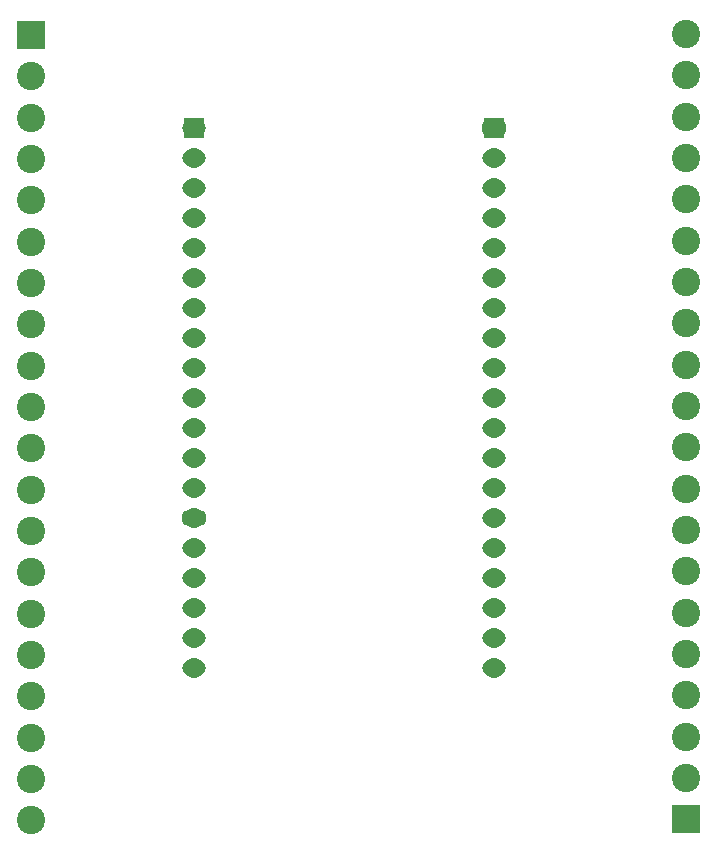
<source format=gbr>
%TF.GenerationSoftware,KiCad,Pcbnew,(6.0.4)*%
%TF.CreationDate,2022-05-05T20:07:30+02:00*%
%TF.ProjectId,ESP32_screwterminal,45535033-325f-4736-9372-65777465726d,-*%
%TF.SameCoordinates,Original*%
%TF.FileFunction,Soldermask,Bot*%
%TF.FilePolarity,Negative*%
%FSLAX46Y46*%
G04 Gerber Fmt 4.6, Leading zero omitted, Abs format (unit mm)*
G04 Created by KiCad (PCBNEW (6.0.4)) date 2022-05-05 20:07:30*
%MOMM*%
%LPD*%
G01*
G04 APERTURE LIST*
G04 Aperture macros list*
%AMRoundRect*
0 Rectangle with rounded corners*
0 $1 Rounding radius*
0 $2 $3 $4 $5 $6 $7 $8 $9 X,Y pos of 4 corners*
0 Add a 4 corners polygon primitive as box body*
4,1,4,$2,$3,$4,$5,$6,$7,$8,$9,$2,$3,0*
0 Add four circle primitives for the rounded corners*
1,1,$1+$1,$2,$3*
1,1,$1+$1,$4,$5*
1,1,$1+$1,$6,$7*
1,1,$1+$1,$8,$9*
0 Add four rect primitives between the rounded corners*
20,1,$1+$1,$2,$3,$4,$5,0*
20,1,$1+$1,$4,$5,$6,$7,0*
20,1,$1+$1,$6,$7,$8,$9,0*
20,1,$1+$1,$8,$9,$2,$3,0*%
G04 Aperture macros list end*
%ADD10R,2.400000X2.400000*%
%ADD11C,2.400000*%
%ADD12R,1.700000X1.700000*%
%ADD13O,1.700000X1.700000*%
%ADD14O,2.000000X1.200000*%
%ADD15RoundRect,0.300000X-0.700000X0.300000X-0.700000X-0.300000X0.700000X-0.300000X0.700000X0.300000X0*%
G04 APERTURE END LIST*
D10*
%TO.C,J4*%
X110682000Y-53110000D03*
D11*
X110682000Y-56610000D03*
X110682000Y-60110000D03*
X110682000Y-63610000D03*
X110682000Y-67110000D03*
X110682000Y-70610000D03*
X110682000Y-74110000D03*
X110682000Y-77610000D03*
X110682000Y-81110000D03*
X110682000Y-84610000D03*
X110682000Y-88110000D03*
X110682000Y-91610000D03*
X110682000Y-95110000D03*
X110682000Y-98610000D03*
X110682000Y-102110000D03*
X110682000Y-105610000D03*
X110682000Y-109110000D03*
X110682000Y-112610000D03*
X110682000Y-116110000D03*
X110682000Y-119610000D03*
%TD*%
D12*
%TO.C,J2*%
X124485000Y-60970000D03*
D13*
X124485000Y-63510000D03*
X124485000Y-66050000D03*
X124485000Y-68590000D03*
X124485000Y-71130000D03*
X124485000Y-73670000D03*
X124485000Y-76210000D03*
X124485000Y-78750000D03*
X124485000Y-81290000D03*
X124485000Y-83830000D03*
X124485000Y-86370000D03*
X124485000Y-88910000D03*
X124485000Y-91450000D03*
X124485000Y-93990000D03*
X124485000Y-96530000D03*
X124485000Y-99070000D03*
X124485000Y-101610000D03*
X124485000Y-104150000D03*
X124485000Y-106690000D03*
%TD*%
D10*
%TO.C,J3*%
X166116000Y-119522000D03*
D11*
X166116000Y-116022000D03*
X166116000Y-112522000D03*
X166116000Y-109022000D03*
X166116000Y-105522000D03*
X166116000Y-102022000D03*
X166116000Y-98522000D03*
X166116000Y-95022000D03*
X166116000Y-91522000D03*
X166116000Y-88022000D03*
X166116000Y-84522000D03*
X166116000Y-81022000D03*
X166116000Y-77522000D03*
X166116000Y-74022000D03*
X166116000Y-70522000D03*
X166116000Y-67022000D03*
X166116000Y-63522000D03*
X166116000Y-60022000D03*
X166116000Y-56522000D03*
X166116000Y-53022000D03*
%TD*%
D14*
%TO.C,U1*%
X124488680Y-60972720D03*
X124488680Y-63512720D03*
X124488680Y-66052720D03*
X124488680Y-68592720D03*
X124488680Y-71132720D03*
X124488680Y-73672720D03*
X124488680Y-76212720D03*
X124488680Y-78752720D03*
X124488680Y-81292720D03*
X124488680Y-83832720D03*
X124488680Y-86372720D03*
X124488680Y-88912720D03*
X124488680Y-91452720D03*
D15*
X124488680Y-93992720D03*
D14*
X124488680Y-96532720D03*
X124488680Y-99072720D03*
X124488680Y-101612720D03*
X124488680Y-104152720D03*
X124488680Y-106692720D03*
X149885000Y-106690000D03*
X149885000Y-104150000D03*
X149888680Y-101612720D03*
X149888680Y-99072720D03*
X149888680Y-96532720D03*
X149888680Y-93992720D03*
X149888680Y-91452720D03*
X149888680Y-88912720D03*
X149888680Y-86372720D03*
X149888680Y-83832720D03*
X149888680Y-81292720D03*
X149888680Y-78752720D03*
X149888680Y-76212720D03*
X149888680Y-73672720D03*
X149888680Y-71132720D03*
X149888680Y-68592720D03*
X149888680Y-66052720D03*
X149888680Y-63512720D03*
D15*
X149888680Y-60972720D03*
%TD*%
D12*
%TO.C,J1*%
X149885000Y-60970000D03*
D13*
X149885000Y-63510000D03*
X149885000Y-66050000D03*
X149885000Y-68590000D03*
X149885000Y-71130000D03*
X149885000Y-73670000D03*
X149885000Y-76210000D03*
X149885000Y-78750000D03*
X149885000Y-81290000D03*
X149885000Y-83830000D03*
X149885000Y-86370000D03*
X149885000Y-88910000D03*
X149885000Y-91450000D03*
X149885000Y-93990000D03*
X149885000Y-96530000D03*
X149885000Y-99070000D03*
X149885000Y-101610000D03*
X149885000Y-104150000D03*
X149885000Y-106690000D03*
%TD*%
M02*

</source>
